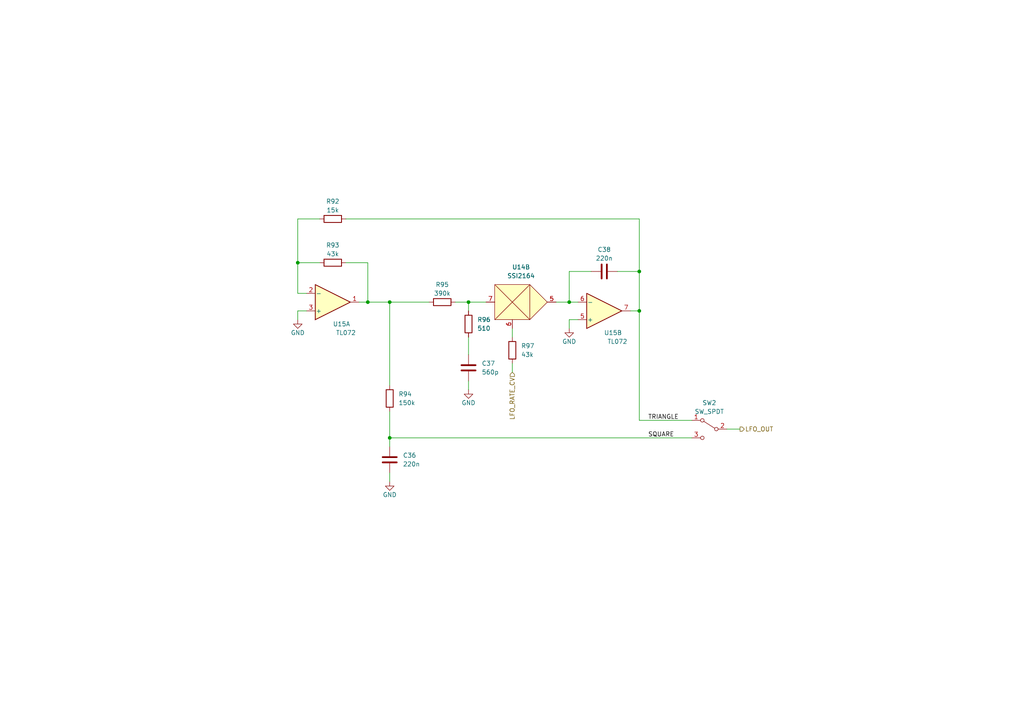
<source format=kicad_sch>
(kicad_sch (version 20211123) (generator eeschema)
  (paper "A4")
  (title_block (title "Mu-Tron Bi-Phase near-clone") (date "2022-08-01") (rev "0") (comment 2 "creativecommons.org/licenses/by/4.0/") (comment 3 "License: CC by 4.0") (comment 4 "Author: Jordan Aceto"))
  (lib_symbols
    (symbol "Amplifier_Operational:TL072" (pin_names (offset 0.127))
      (property "Reference" "U" (at 0 5.08 0))
      (property "Value" "TL072" (at 0 -5.08 0))
      (symbol "TL072_1_1"
        (polyline (pts (xy -5.08 5.08) (xy 5.08 0) (xy -5.08 -5.08) (xy -5.08 5.08)) (stroke (width 0.254)) (fill (type background)))
        (pin output line (at 7.62 0 180) (length 2.54) (name "~") (number "1"))
        (pin input line (at -7.62 -2.54 0) (length 2.54) (name "-") (number "2"))
        (pin input line (at -7.62 2.54 0) (length 2.54) (name "+") (number "3"))
      )
      (symbol "TL072_2_1"
        (polyline (pts (xy -5.08 5.08) (xy 5.08 0) (xy -5.08 -5.08) (xy -5.08 5.08)) (stroke (width 0.254)) (fill (type background)))
        (pin input line (at -7.62 2.54 0) (length 2.54) (name "+") (number "5"))
        (pin input line (at -7.62 -2.54 0) (length 2.54) (name "-") (number "6"))
        (pin output line (at 7.62 0 180) (length 2.54) (name "~") (number "7"))
      )
      (symbol "TL072_3_1"
        (pin power_in line (at -2.54 -7.62 90) (length 3.81) (name "V-") (number "4"))
        (pin power_in line (at -2.54 7.62 270) (length 3.81) (name "V+") (number "8"))
      )
    )
    (symbol "Device:C" (pin_numbers hide) (pin_names (offset 0.254))
      (property "Reference" "C" (at 0.635 2.54 0))
      (property "Value" "C" (at 0.635 -2.54 0))
      (symbol "C_0_1"
        (polyline (pts (xy -2.032 -0.762) (xy 2.032 -0.762)) (stroke (width 0.508)))
        (polyline (pts (xy -2.032 0.762) (xy 2.032 0.762)) (stroke (width 0.508)))
      )
      (symbol "C_1_1"
        (pin passive line (at 0 3.81 270) (length 2.794) (name "~") (number "1"))
        (pin passive line (at 0 -3.81 90) (length 2.794) (name "~") (number "2"))
      )
    )
    (symbol "Device:R" (pin_numbers hide) (pin_names (offset 0))
      (property "Reference" "R" (at 2.032 0 90))
      (property "Value" "R" (at 0 0 90))
      (symbol "R_0_1"
        (rectangle (start -1.016 -2.54) (end 1.016 2.54) (stroke (width 0.254)))
      )
      (symbol "R_1_1"
        (pin passive line (at 0 3.81 270) (length 1.27) (name "~") (number "1"))
        (pin passive line (at 0 -3.81 90) (length 1.27) (name "~") (number "2"))
      )
    )
    (symbol "Switch:SW_SPDT" (pin_names (offset 0) hide)
      (property "Reference" "SW" (at 0 4.318 0))
      (property "Value" "SW_SPDT" (at 0 -5.08 0))
      (symbol "SW_SPDT_0_0"
        (circle (center -2.032 0) (radius 0.508))
        (circle (center 2.032 -2.54) (radius 0.508))
      )
      (symbol "SW_SPDT_0_1"
        (polyline (pts (xy -1.524 0.254) (xy 1.651 2.286)))
        (circle (center 2.032 2.54) (radius 0.508))
      )
      (symbol "SW_SPDT_1_1"
        (pin passive line (at 5.08 2.54 180) (length 2.54) (name "A") (number "1"))
        (pin passive line (at -5.08 0 0) (length 2.54) (name "B") (number "2"))
        (pin passive line (at 5.08 -2.54 180) (length 2.54) (name "C") (number "3"))
      )
    )
    (symbol "custom_symbols:SSI2164" (pin_names (offset 1.016))
      (property "Reference" "U" (at 0 -12.7 0))
      (property "Value" "SSI2164" (at 0 7.62 0))
      (symbol "SSI2164_1_1"
        (rectangle (start -5.08 5.08) (end 5.08 -5.08) (fill (type background)))
        (polyline (pts (xy 5.08 5.08) (xy -5.08 -5.08)))
        (polyline (pts (xy 5.08 5.08) (xy 10.16 0) (xy 5.08 -5.08) (xy -5.08 5.08)) (fill (type background)))
        (pin input line (at -7.62 0 0) (length 2.54) (name "~") (number "2"))
        (pin input line (at 0 -7.62 90) (length 2.54) (name "~") (number "3"))
        (pin output line (at 12.7 0 180) (length 2.54) (name "~") (number "4"))
      )
      (symbol "SSI2164_2_1"
        (rectangle (start -5.08 5.08) (end 5.08 -5.08) (fill (type background)))
        (polyline (pts (xy 5.08 5.08) (xy -5.08 -5.08)))
        (polyline (pts (xy 5.08 5.08) (xy 10.16 0) (xy 5.08 -5.08) (xy -5.08 5.08)) (fill (type background)))
        (pin output line (at 12.7 0 180) (length 2.54) (name "~") (number "5"))
        (pin input line (at 0 -7.62 90) (length 2.54) (name "~") (number "6"))
        (pin input line (at -7.62 0 0) (length 2.54) (name "~") (number "7"))
      )
      (symbol "SSI2164_3_1"
        (rectangle (start -5.08 5.08) (end 5.08 -5.08) (fill (type background)))
        (polyline (pts (xy 5.08 5.08) (xy -5.08 -5.08)))
        (polyline (pts (xy 5.08 5.08) (xy 10.16 0) (xy 5.08 -5.08) (xy -5.08 5.08)) (fill (type background)))
        (pin input line (at -7.62 0 0) (length 2.54) (name "~") (number "10"))
        (pin input line (at 0 -7.62 90) (length 2.54) (name "~") (number "11"))
        (pin output line (at 12.7 0 180) (length 2.54) (name "~") (number "12"))
      )
      (symbol "SSI2164_4_1"
        (rectangle (start -5.08 5.08) (end 5.08 -5.08) (fill (type background)))
        (polyline (pts (xy 5.08 5.08) (xy -5.08 -5.08)))
        (polyline (pts (xy 5.08 5.08) (xy 10.16 0) (xy 5.08 -5.08) (xy -5.08 5.08)) (fill (type background)))
        (pin output line (at 12.7 0 180) (length 2.54) (name "~") (number "13"))
        (pin input line (at 0 -7.62 90) (length 2.54) (name "~") (number "14"))
        (pin input line (at -7.62 0 0) (length 2.54) (name "~") (number "15"))
      )
      (symbol "SSI2164_5_1"
        (pin input line (at 2.54 -10.16 180) (length 2.54) (name "mode") (number "1"))
        (pin power_in line (at 2.54 5.08 180) (length 2.54) (name "V+") (number "16"))
        (pin power_in line (at 2.54 0 180) (length 2.54) (name "gnd") (number "8"))
        (pin power_in line (at 2.54 -5.08 180) (length 2.54) (name "V-") (number "9"))
      )
    )
    (symbol "power:GND" (power) (pin_names (offset 0))
      (property "Value" "GND" (at 0 -3.81 0))
      (symbol "GND_0_1"
        (polyline (pts (xy 0 0) (xy 0 -1.27) (xy 1.27 -1.27) (xy 0 -2.54) (xy -1.27 -1.27) (xy 0 -1.27)))
      )
      (symbol "GND_1_1"
        (pin power_in line (at 0 0 270) (length 0) hide (name "GND") (number "1"))
      )
    )
  )
  (junction (at 106.68 87.63))
  (junction (at 113.03 87.63))
  (junction (at 135.89 87.63))
  (junction (at 165.1 87.63))
  (junction (at 185.42 78.74))
  (junction (at 113.03 127))
  (junction (at 86.36 76.2))
  (junction (at 185.42 90.17))
  (wire (pts (xy 135.89 87.63) (xy 135.89 90.17)))
  (wire (pts (xy 113.03 127) (xy 200.66 127)))
  (wire (pts (xy 135.89 87.63) (xy 140.97 87.63)))
  (wire (pts (xy 165.1 95.25) (xy 165.1 92.71)))
  (wire (pts (xy 113.03 127) (xy 113.03 129.54)))
  (wire (pts (xy 179.07 78.74) (xy 185.42 78.74)))
  (wire (pts (xy 106.68 87.63) (xy 106.68 76.2)))
  (wire (pts (xy 185.42 78.74) (xy 185.42 63.5)))
  (wire (pts (xy 86.36 63.5) (xy 86.36 76.2)))
  (wire (pts (xy 165.1 78.74) (xy 171.45 78.74)))
  (wire (pts (xy 104.14 87.63) (xy 106.68 87.63)))
  (wire (pts (xy 113.03 139.7) (xy 113.03 137.16)))
  (wire (pts (xy 132.08 87.63) (xy 135.89 87.63)))
  (wire (pts (xy 185.42 63.5) (xy 100.33 63.5)))
  (wire (pts (xy 185.42 90.17) (xy 185.42 121.92)))
  (wire (pts (xy 182.88 90.17) (xy 185.42 90.17)))
  (wire (pts (xy 113.03 87.63) (xy 124.46 87.63)))
  (wire (pts (xy 86.36 92.71) (xy 86.36 90.17)))
  (wire (pts (xy 148.59 105.41) (xy 148.59 107.95)))
  (wire (pts (xy 86.36 90.17) (xy 88.9 90.17)))
  (wire (pts (xy 86.36 85.09) (xy 86.36 76.2)))
  (wire (pts (xy 165.1 87.63) (xy 165.1 78.74)))
  (wire (pts (xy 167.64 87.63) (xy 165.1 87.63)))
  (wire (pts (xy 92.71 63.5) (xy 86.36 63.5)))
  (wire (pts (xy 161.29 87.63) (xy 165.1 87.63)))
  (wire (pts (xy 113.03 87.63) (xy 106.68 87.63)))
  (wire (pts (xy 165.1 92.71) (xy 167.64 92.71)))
  (wire (pts (xy 135.89 113.03) (xy 135.89 110.49)))
  (wire (pts (xy 86.36 76.2) (xy 92.71 76.2)))
  (wire (pts (xy 113.03 119.38) (xy 113.03 127)))
  (wire (pts (xy 185.42 121.92) (xy 200.66 121.92)))
  (wire (pts (xy 113.03 111.76) (xy 113.03 87.63)))
  (wire (pts (xy 185.42 90.17) (xy 185.42 78.74)))
  (wire (pts (xy 148.59 95.25) (xy 148.59 97.79)))
  (wire (pts (xy 210.82 124.46) (xy 214.63 124.46)))
  (wire (pts (xy 88.9 85.09) (xy 86.36 85.09)))
  (wire (pts (xy 100.33 76.2) (xy 106.68 76.2)))
  (wire (pts (xy 135.89 97.79) (xy 135.89 102.87)))
  (label "TRIANGLE" (at 187.96 121.92 0))
  (label "SQUARE" (at 187.96 127 0))
  (hierarchical_label "LFO_RATE_CV" (shape input) (at 148.59 107.95 270))
  (hierarchical_label "LFO_OUT" (shape output) (at 214.63 124.46 0))
  (symbol (lib_id "Device:R") (at 148.59 101.6 0) (unit 1)
    (property "Reference" "R97" (at 151.13 100.3299 0) (effects (justify left)))
    (property "Value" "43k" (at 151.13 102.8699 0) (effects (justify left)))
  )
  (symbol (lib_id "Amplifier_Operational:TL072") (at 175.26 90.17 0) (mirror x) (unit 2)
    (property "Reference" "U15" (at 177.8 96.52 0))
    (property "Value" "TL072" (at 179.07 99.06 0))
    (property "Datasheet" "http://www.ti.com/lit/ds/symlink/tl071.pdf" (effects hide))
  )
  (symbol (lib_id "Device:R") (at 96.52 76.2 90) (unit 1)
    (property "Reference" "R93" (at 96.52 71.12 90))
    (property "Value" "43k" (at 96.52 73.66 90))
  )
  (symbol (lib_id "custom_symbols:SSI2164") (at 148.59 87.63 0) (unit 2)
    (property "Reference" "U14" (at 151.13 77.47 0))
    (property "Value" "SSI2164" (at 151.13 80.01 0))
    (property "Footprint" "Package_SO:SOIC-16_3.9x9.9mm_P1.27mm" (effects hide))
    (property "Datasheet" "https://www.soundsemiconductor.com/downloads/ssi2164datasheet.pdf" (effects hide))
  )
  (symbol (lib_id "Device:C") (at 135.89 106.68 0) (unit 1)
    (property "Reference" "C37" (at 139.7 105.4099 0) (effects (justify left)))
    (property "Value" "560p" (at 139.7 107.9499 0) (effects (justify left)))
  )
  (symbol (lib_id "Device:R") (at 113.03 115.57 0) (unit 1)
    (property "Reference" "R94" (at 115.57 114.2999 0) (effects (justify left)))
    (property "Value" "150k" (at 115.57 116.8399 0) (effects (justify left)))
  )
  (symbol (lib_id "Device:C") (at 175.26 78.74 90) (unit 1)
    (property "Reference" "C38" (at 175.26 72.39 90))
    (property "Value" "220n" (at 175.26 74.93 90))
  )
  (symbol (lib_id "Device:C") (at 113.03 133.35 0) (unit 1)
    (property "Reference" "C36" (at 116.84 132.0799 0) (effects (justify left)))
    (property "Value" "220n" (at 116.84 134.6199 0) (effects (justify left)))
  )
  (symbol (lib_id "Device:R") (at 135.89 93.98 0) (unit 1)
    (property "Reference" "R96" (at 138.43 92.7099 0) (effects (justify left)))
    (property "Value" "510" (at 138.43 95.2499 0) (effects (justify left)))
  )
  (symbol (lib_id "power:GND") (at 165.1 95.25 0) (unit 1)
    (property "Reference" "#PWR066" (effects hide))
    (property "Value" "GND" (at 165.1 99.06 0))
  )
  (symbol (lib_id "power:GND") (at 86.36 92.71 0) (unit 1)
    (property "Reference" "#PWR063" (effects hide))
    (property "Value" "GND" (at 86.36 96.52 0))
  )
  (symbol (lib_id "Amplifier_Operational:TL072") (at 96.52 87.63 0) (mirror x) (unit 1)
    (property "Reference" "U15" (at 99.06 93.98 0))
    (property "Value" "TL072" (at 100.33 96.52 0))
    (property "Datasheet" "http://www.ti.com/lit/ds/symlink/tl071.pdf" (effects hide))
  )
  (symbol (lib_id "power:GND") (at 135.89 113.03 0) (unit 1)
    (property "Reference" "#PWR065" (effects hide))
    (property "Value" "GND" (at 135.89 116.84 0))
  )
  (symbol (lib_id "Switch:SW_SPDT") (at 205.74 124.46 0) (mirror y) (unit 1)
    (property "Reference" "SW2" (at 205.74 116.84 0))
    (property "Value" "SW_SPDT" (at 205.74 119.38 0))
  )
  (symbol (lib_id "Device:R") (at 128.27 87.63 90) (unit 1)
    (property "Reference" "R95" (at 128.27 82.55 90))
    (property "Value" "390k" (at 128.27 85.09 90))
  )
  (symbol (lib_id "Device:R") (at 96.52 63.5 90) (unit 1)
    (property "Reference" "R92" (at 96.52 58.42 90))
    (property "Value" "15k" (at 96.52 60.96 90))
  )
  (symbol (lib_id "power:GND") (at 113.03 139.7 0) (unit 1)
    (property "Reference" "#PWR064" (effects hide))
    (property "Value" "GND" (at 113.03 143.51 0))
  )
)
</source>
